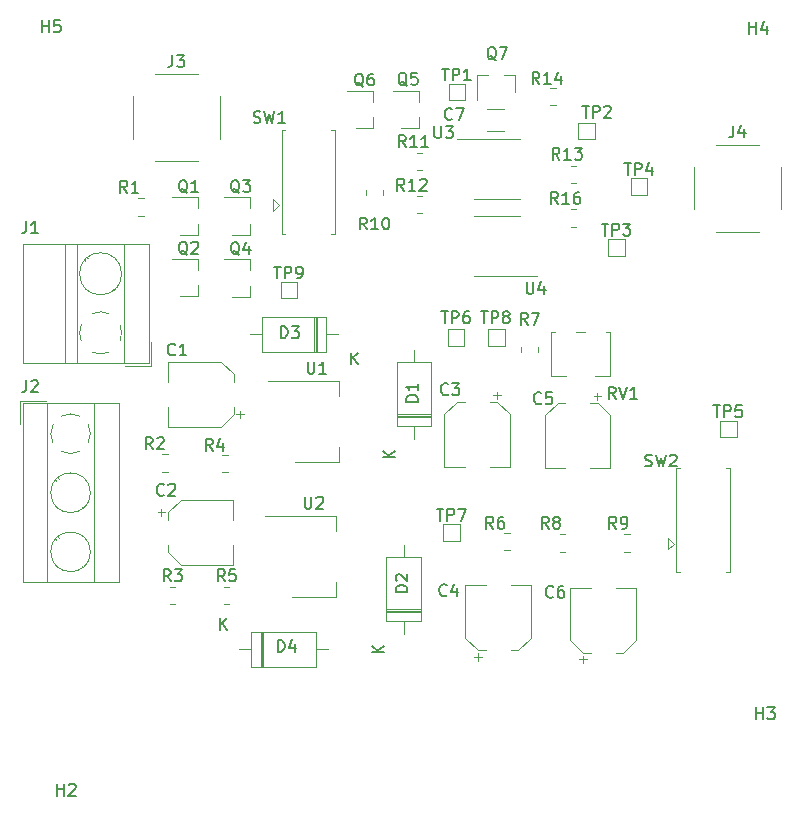
<source format=gbr>
%TF.GenerationSoftware,KiCad,Pcbnew,(5.1.8-0-10_14)*%
%TF.CreationDate,2022-02-24T11:51:48-06:00*%
%TF.ProjectId,SAQ_KiCad,5341515f-4b69-4436-9164-2e6b69636164,rev?*%
%TF.SameCoordinates,Original*%
%TF.FileFunction,Legend,Top*%
%TF.FilePolarity,Positive*%
%FSLAX46Y46*%
G04 Gerber Fmt 4.6, Leading zero omitted, Abs format (unit mm)*
G04 Created by KiCad (PCBNEW (5.1.8-0-10_14)) date 2022-02-24 11:51:48*
%MOMM*%
%LPD*%
G01*
G04 APERTURE LIST*
%ADD10C,0.120000*%
%ADD11C,0.150000*%
G04 APERTURE END LIST*
D10*
%TO.C,J3*%
X116310000Y-17656000D02*
X119910000Y-17656000D01*
X116310000Y-25016000D02*
X119910000Y-25016000D01*
X121790000Y-19536000D02*
X121790000Y-23136000D01*
X114430000Y-19536000D02*
X114430000Y-23136000D01*
%TO.C,J4*%
X163808000Y-23625000D02*
X167408000Y-23625000D01*
X163808000Y-30985000D02*
X167408000Y-30985000D01*
X169288000Y-25505000D02*
X169288000Y-29105000D01*
X161928000Y-25505000D02*
X161928000Y-29105000D01*
%TO.C,U4*%
X145226000Y-29634500D02*
X143276000Y-29634500D01*
X145226000Y-29634500D02*
X147176000Y-29634500D01*
X145226000Y-34754500D02*
X143276000Y-34754500D01*
X145226000Y-34754500D02*
X148676000Y-34754500D01*
%TO.C,TP9*%
X126935000Y-36641000D02*
X126935000Y-35241000D01*
X128335000Y-36641000D02*
X126935000Y-36641000D01*
X128335000Y-35241000D02*
X128335000Y-36641000D01*
X126935000Y-35241000D02*
X128335000Y-35241000D01*
%TO.C,TP8*%
X144524500Y-40641500D02*
X144524500Y-39241500D01*
X145924500Y-40641500D02*
X144524500Y-40641500D01*
X145924500Y-39241500D02*
X145924500Y-40641500D01*
X144524500Y-39241500D02*
X145924500Y-39241500D01*
%TO.C,TP7*%
X140714500Y-57151500D02*
X140714500Y-55751500D01*
X142114500Y-57151500D02*
X140714500Y-57151500D01*
X142114500Y-55751500D02*
X142114500Y-57151500D01*
X140714500Y-55751500D02*
X142114500Y-55751500D01*
%TO.C,TP6*%
X141095500Y-40641500D02*
X141095500Y-39241500D01*
X142495500Y-40641500D02*
X141095500Y-40641500D01*
X142495500Y-39241500D02*
X142495500Y-40641500D01*
X141095500Y-39241500D02*
X142495500Y-39241500D01*
%TO.C,TP5*%
X164146000Y-48388500D02*
X164146000Y-46988500D01*
X165546000Y-48388500D02*
X164146000Y-48388500D01*
X165546000Y-46988500D02*
X165546000Y-48388500D01*
X164146000Y-46988500D02*
X165546000Y-46988500D01*
%TO.C,TP4*%
X156589500Y-27878000D02*
X156589500Y-26478000D01*
X157989500Y-27878000D02*
X156589500Y-27878000D01*
X157989500Y-26478000D02*
X157989500Y-27878000D01*
X156589500Y-26478000D02*
X157989500Y-26478000D01*
%TO.C,TP3*%
X154684500Y-33021500D02*
X154684500Y-31621500D01*
X156084500Y-33021500D02*
X154684500Y-33021500D01*
X156084500Y-31621500D02*
X156084500Y-33021500D01*
X154684500Y-31621500D02*
X156084500Y-31621500D01*
%TO.C,TP2*%
X152144500Y-23179000D02*
X152144500Y-21779000D01*
X153544500Y-23179000D02*
X152144500Y-23179000D01*
X153544500Y-21779000D02*
X153544500Y-23179000D01*
X152144500Y-21779000D02*
X153544500Y-21779000D01*
%TO.C,TP1*%
X141159000Y-19877000D02*
X141159000Y-18477000D01*
X142559000Y-19877000D02*
X141159000Y-19877000D01*
X142559000Y-18477000D02*
X142559000Y-19877000D01*
X141159000Y-18477000D02*
X142559000Y-18477000D01*
%TO.C,U3*%
X145295620Y-28226700D02*
X147245620Y-28226700D01*
X145295620Y-28226700D02*
X143345620Y-28226700D01*
X145295620Y-23106700D02*
X147245620Y-23106700D01*
X145295620Y-23106700D02*
X141845620Y-23106700D01*
%TO.C,U2*%
X131640500Y-61893500D02*
X131640500Y-60633500D01*
X131640500Y-55073500D02*
X131640500Y-56333500D01*
X127880500Y-61893500D02*
X131640500Y-61893500D01*
X125630500Y-55073500D02*
X131640500Y-55073500D01*
%TO.C,U1*%
X131901720Y-50471120D02*
X131901720Y-49211120D01*
X131901720Y-43651120D02*
X131901720Y-44911120D01*
X128141720Y-50471120D02*
X131901720Y-50471120D01*
X125891720Y-43651120D02*
X131901720Y-43651120D01*
%TO.C,SW2*%
X160427000Y-59809500D02*
X160427000Y-50989500D01*
X160427000Y-50989500D02*
X160737000Y-50989500D01*
X164947000Y-50989500D02*
X164947000Y-59809500D01*
X160737000Y-59809500D02*
X160427000Y-59809500D01*
X164947000Y-59809500D02*
X164637000Y-59809500D01*
X164947000Y-50989500D02*
X164637000Y-50989500D01*
X159727000Y-57899500D02*
X160227000Y-57399500D01*
X160227000Y-57399500D02*
X159727000Y-56899500D01*
X159727000Y-56899500D02*
X159727000Y-57899500D01*
%TO.C,SW1*%
X127026000Y-31175500D02*
X127026000Y-22355500D01*
X127026000Y-22355500D02*
X127336000Y-22355500D01*
X131546000Y-22355500D02*
X131546000Y-31175500D01*
X127336000Y-31175500D02*
X127026000Y-31175500D01*
X131546000Y-31175500D02*
X131236000Y-31175500D01*
X131546000Y-22355500D02*
X131236000Y-22355500D01*
X126326000Y-29265500D02*
X126826000Y-28765500D01*
X126826000Y-28765500D02*
X126326000Y-28265500D01*
X126326000Y-28265500D02*
X126326000Y-29265500D01*
%TO.C,RV1*%
X154476500Y-39468500D02*
X154856500Y-39468500D01*
X149816500Y-39468500D02*
X150196500Y-39468500D01*
X151976500Y-39468500D02*
X152696500Y-39468500D01*
X149816500Y-43208500D02*
X151096500Y-43208500D01*
X153576500Y-43208500D02*
X154856500Y-43208500D01*
X149816500Y-39468500D02*
X149816500Y-43208500D01*
X154856500Y-39468500D02*
X154856500Y-43208500D01*
%TO.C,R16*%
X151944564Y-30580000D02*
X151490436Y-30580000D01*
X151944564Y-29110000D02*
X151490436Y-29110000D01*
%TO.C,R14*%
X150230064Y-20293000D02*
X149775936Y-20293000D01*
X150230064Y-18823000D02*
X149775936Y-18823000D01*
%TO.C,R13*%
X151537936Y-25411000D02*
X151992064Y-25411000D01*
X151537936Y-26881000D02*
X151992064Y-26881000D01*
%TO.C,R12*%
X138466336Y-27977160D02*
X138920464Y-27977160D01*
X138466336Y-29447160D02*
X138920464Y-29447160D01*
%TO.C,R11*%
X138466336Y-24299240D02*
X138920464Y-24299240D01*
X138466336Y-25769240D02*
X138920464Y-25769240D01*
%TO.C,R10*%
X134139000Y-27929064D02*
X134139000Y-27474936D01*
X135609000Y-27929064D02*
X135609000Y-27474936D01*
%TO.C,R9*%
X156500564Y-58075500D02*
X156046436Y-58075500D01*
X156500564Y-56605500D02*
X156046436Y-56605500D01*
%TO.C,R8*%
X151039564Y-58075500D02*
X150585436Y-58075500D01*
X151039564Y-56605500D02*
X150585436Y-56605500D01*
%TO.C,R7*%
X148753500Y-40730436D02*
X148753500Y-41184564D01*
X147283500Y-40730436D02*
X147283500Y-41184564D01*
%TO.C,R6*%
X146324564Y-57948500D02*
X145870436Y-57948500D01*
X146324564Y-56478500D02*
X145870436Y-56478500D01*
%TO.C,R5*%
X122153436Y-61050500D02*
X122607564Y-61050500D01*
X122153436Y-62520500D02*
X122607564Y-62520500D01*
%TO.C,R4*%
X122464564Y-51344500D02*
X122010436Y-51344500D01*
X122464564Y-49874500D02*
X122010436Y-49874500D01*
%TO.C,R3*%
X117565436Y-61050500D02*
X118019564Y-61050500D01*
X117565436Y-62520500D02*
X118019564Y-62520500D01*
%TO.C,R2*%
X117384564Y-51328500D02*
X116930436Y-51328500D01*
X117384564Y-49858500D02*
X116930436Y-49858500D01*
%TO.C,R1*%
X115352564Y-29627500D02*
X114898436Y-29627500D01*
X115352564Y-28157500D02*
X114898436Y-28157500D01*
%TO.C,Q7*%
X146757000Y-17721000D02*
X145827000Y-17721000D01*
X143597000Y-17721000D02*
X144527000Y-17721000D01*
X143597000Y-17721000D02*
X143597000Y-19881000D01*
X146757000Y-17721000D02*
X146757000Y-19181000D01*
%TO.C,Q6*%
X134745000Y-22217500D02*
X134745000Y-21287500D01*
X134745000Y-19057500D02*
X134745000Y-19987500D01*
X134745000Y-19057500D02*
X132585000Y-19057500D01*
X134745000Y-22217500D02*
X133285000Y-22217500D01*
%TO.C,Q5*%
X138618500Y-22217500D02*
X138618500Y-21287500D01*
X138618500Y-19057500D02*
X138618500Y-19987500D01*
X138618500Y-19057500D02*
X136458500Y-19057500D01*
X138618500Y-22217500D02*
X137158500Y-22217500D01*
%TO.C,Q4*%
X124310680Y-36505000D02*
X124310680Y-35575000D01*
X124310680Y-33345000D02*
X124310680Y-34275000D01*
X124310680Y-33345000D02*
X122150680Y-33345000D01*
X124310680Y-36505000D02*
X122850680Y-36505000D01*
%TO.C,Q3*%
X124310680Y-31247200D02*
X124310680Y-30317200D01*
X124310680Y-28087200D02*
X124310680Y-29017200D01*
X124310680Y-28087200D02*
X122150680Y-28087200D01*
X124310680Y-31247200D02*
X122850680Y-31247200D01*
%TO.C,Q2*%
X119911400Y-36471980D02*
X119911400Y-35541980D01*
X119911400Y-33311980D02*
X119911400Y-34241980D01*
X119911400Y-33311980D02*
X117751400Y-33311980D01*
X119911400Y-36471980D02*
X118451400Y-36471980D01*
%TO.C,Q1*%
X119911400Y-31247200D02*
X119911400Y-30317200D01*
X119911400Y-28087200D02*
X119911400Y-29017200D01*
X119911400Y-28087200D02*
X117751400Y-28087200D01*
X119911400Y-31247200D02*
X118451400Y-31247200D01*
%TO.C,J2*%
X110836500Y-53102500D02*
G75*
G03*
X110836500Y-53102500I-1680000J0D01*
G01*
X110836500Y-58102500D02*
G75*
G03*
X110836500Y-58102500I-1680000J0D01*
G01*
X107156500Y-45542500D02*
X107156500Y-60662500D01*
X111156500Y-45542500D02*
X111156500Y-60662500D01*
X113216500Y-45542500D02*
X113216500Y-60662500D01*
X105096500Y-45542500D02*
X105096500Y-60662500D01*
X113216500Y-45542500D02*
X105096500Y-45542500D01*
X113216500Y-60662500D02*
X105096500Y-60662500D01*
X110225500Y-54377500D02*
X110132500Y-54283500D01*
X107940500Y-52092500D02*
X107882500Y-52033500D01*
X110431500Y-54172500D02*
X110372500Y-54113500D01*
X108180500Y-51922500D02*
X108087500Y-51828500D01*
X110225500Y-59377500D02*
X110132500Y-59283500D01*
X107940500Y-57092500D02*
X107882500Y-57033500D01*
X110431500Y-59172500D02*
X110372500Y-59113500D01*
X108180500Y-56922500D02*
X108087500Y-56828500D01*
X107096500Y-45302500D02*
X104856500Y-45302500D01*
X104856500Y-45302500D02*
X104856500Y-47302500D01*
X107476050Y-48131883D02*
G75*
G02*
X107672500Y-47313500I1680450J29383D01*
G01*
X108367412Y-46618547D02*
G75*
G02*
X109945500Y-46618500I789088J-1483953D01*
G01*
X110640453Y-47313412D02*
G75*
G02*
X110640500Y-48891500I-1483953J-789088D01*
G01*
X109945588Y-49586453D02*
G75*
G02*
X108367500Y-49586500I-789088J1483953D01*
G01*
X107673148Y-48891212D02*
G75*
G02*
X107476500Y-48102500I1483352J788712D01*
G01*
%TO.C,J1*%
X113476500Y-34560500D02*
G75*
G03*
X113476500Y-34560500I-1780000J0D01*
G01*
X113696500Y-42120500D02*
X113696500Y-32000500D01*
X109696500Y-42120500D02*
X109696500Y-32000500D01*
X108696500Y-42120500D02*
X108696500Y-32000500D01*
X105136500Y-42120500D02*
X105136500Y-32000500D01*
X115756500Y-42120500D02*
X115756500Y-32000500D01*
X105136500Y-42120500D02*
X115756500Y-42120500D01*
X105136500Y-32000500D02*
X115756500Y-32000500D01*
X110563500Y-33210500D02*
X110613500Y-33259500D01*
X113021500Y-35668500D02*
X113046500Y-35692500D01*
X110346500Y-33427500D02*
X110370500Y-33452500D01*
X112779500Y-35860500D02*
X112829500Y-35910500D01*
X113756500Y-42360500D02*
X115996500Y-42360500D01*
X115996500Y-42360500D02*
X115996500Y-40360500D01*
X113476889Y-39529686D02*
G75*
G02*
X113335500Y-40256500I-1780389J-30814D01*
G01*
X112392016Y-41199705D02*
G75*
G02*
X111000500Y-41199500I-695516J1639205D01*
G01*
X110057295Y-40256016D02*
G75*
G02*
X110057500Y-38864500I1639205J695516D01*
G01*
X111000984Y-37921295D02*
G75*
G02*
X112392500Y-37921500I695516J-1639205D01*
G01*
X113334999Y-38864999D02*
G75*
G02*
X113476500Y-39560500I-1638499J-695501D01*
G01*
%TO.C,D4*%
X124470500Y-64887500D02*
X124470500Y-67827500D01*
X124470500Y-67827500D02*
X129910500Y-67827500D01*
X129910500Y-67827500D02*
X129910500Y-64887500D01*
X129910500Y-64887500D02*
X124470500Y-64887500D01*
X123450500Y-66357500D02*
X124470500Y-66357500D01*
X130930500Y-66357500D02*
X129910500Y-66357500D01*
X125370500Y-64887500D02*
X125370500Y-67827500D01*
X125490500Y-64887500D02*
X125490500Y-67827500D01*
X125250500Y-64887500D02*
X125250500Y-67827500D01*
%TO.C,D3*%
X130799500Y-41157500D02*
X130799500Y-38217500D01*
X130799500Y-38217500D02*
X125359500Y-38217500D01*
X125359500Y-38217500D02*
X125359500Y-41157500D01*
X125359500Y-41157500D02*
X130799500Y-41157500D01*
X131819500Y-39687500D02*
X130799500Y-39687500D01*
X124339500Y-39687500D02*
X125359500Y-39687500D01*
X129899500Y-41157500D02*
X129899500Y-38217500D01*
X129779500Y-41157500D02*
X129779500Y-38217500D01*
X130019500Y-41157500D02*
X130019500Y-38217500D01*
%TO.C,D2*%
X135880500Y-63997500D02*
X138820500Y-63997500D01*
X138820500Y-63997500D02*
X138820500Y-58557500D01*
X138820500Y-58557500D02*
X135880500Y-58557500D01*
X135880500Y-58557500D02*
X135880500Y-63997500D01*
X137350500Y-65017500D02*
X137350500Y-63997500D01*
X137350500Y-57537500D02*
X137350500Y-58557500D01*
X135880500Y-63097500D02*
X138820500Y-63097500D01*
X135880500Y-62977500D02*
X138820500Y-62977500D01*
X135880500Y-63217500D02*
X138820500Y-63217500D01*
%TO.C,D1*%
X136769500Y-47487500D02*
X139709500Y-47487500D01*
X139709500Y-47487500D02*
X139709500Y-42047500D01*
X139709500Y-42047500D02*
X136769500Y-42047500D01*
X136769500Y-42047500D02*
X136769500Y-47487500D01*
X138239500Y-48507500D02*
X138239500Y-47487500D01*
X138239500Y-41027500D02*
X138239500Y-42047500D01*
X136769500Y-46587500D02*
X139709500Y-46587500D01*
X136769500Y-46467500D02*
X139709500Y-46467500D01*
X136769500Y-46707500D02*
X139709500Y-46707500D01*
%TO.C,C7*%
X144449748Y-20641500D02*
X145872252Y-20641500D01*
X144449748Y-22461500D02*
X145872252Y-22461500D01*
%TO.C,C6*%
X157001500Y-61143500D02*
X155301500Y-61143500D01*
X151481500Y-61143500D02*
X153181500Y-61143500D01*
X151481500Y-65599063D02*
X151481500Y-61143500D01*
X157001500Y-65599063D02*
X157001500Y-61143500D01*
X155937063Y-66663500D02*
X155301500Y-66663500D01*
X152545937Y-66663500D02*
X153181500Y-66663500D01*
X152545937Y-66663500D02*
X151481500Y-65599063D01*
X155937063Y-66663500D02*
X157001500Y-65599063D01*
X152556500Y-67528500D02*
X152556500Y-66903500D01*
X152244000Y-67216000D02*
X152869000Y-67216000D01*
%TO.C,C5*%
X149322500Y-50997500D02*
X151022500Y-50997500D01*
X154842500Y-50997500D02*
X153142500Y-50997500D01*
X154842500Y-46541937D02*
X154842500Y-50997500D01*
X149322500Y-46541937D02*
X149322500Y-50997500D01*
X150386937Y-45477500D02*
X151022500Y-45477500D01*
X153778063Y-45477500D02*
X153142500Y-45477500D01*
X153778063Y-45477500D02*
X154842500Y-46541937D01*
X150386937Y-45477500D02*
X149322500Y-46541937D01*
X153767500Y-44612500D02*
X153767500Y-45237500D01*
X154080000Y-44925000D02*
X153455000Y-44925000D01*
%TO.C,C4*%
X148111500Y-60930500D02*
X146411500Y-60930500D01*
X142591500Y-60930500D02*
X144291500Y-60930500D01*
X142591500Y-65386063D02*
X142591500Y-60930500D01*
X148111500Y-65386063D02*
X148111500Y-60930500D01*
X147047063Y-66450500D02*
X146411500Y-66450500D01*
X143655937Y-66450500D02*
X144291500Y-66450500D01*
X143655937Y-66450500D02*
X142591500Y-65386063D01*
X147047063Y-66450500D02*
X148111500Y-65386063D01*
X143666500Y-67315500D02*
X143666500Y-66690500D01*
X143354000Y-67003000D02*
X143979000Y-67003000D01*
%TO.C,C3*%
X140813500Y-50915500D02*
X142513500Y-50915500D01*
X146333500Y-50915500D02*
X144633500Y-50915500D01*
X146333500Y-46459937D02*
X146333500Y-50915500D01*
X140813500Y-46459937D02*
X140813500Y-50915500D01*
X141877937Y-45395500D02*
X142513500Y-45395500D01*
X145269063Y-45395500D02*
X144633500Y-45395500D01*
X145269063Y-45395500D02*
X146333500Y-46459937D01*
X141877937Y-45395500D02*
X140813500Y-46459937D01*
X145258500Y-44530500D02*
X145258500Y-45155500D01*
X145571000Y-44843000D02*
X144946000Y-44843000D01*
%TO.C,C2*%
X122924500Y-59211500D02*
X122924500Y-57511500D01*
X122924500Y-53691500D02*
X122924500Y-55391500D01*
X118468937Y-53691500D02*
X122924500Y-53691500D01*
X118468937Y-59211500D02*
X122924500Y-59211500D01*
X117404500Y-58147063D02*
X117404500Y-57511500D01*
X117404500Y-54755937D02*
X117404500Y-55391500D01*
X117404500Y-54755937D02*
X118468937Y-53691500D01*
X117404500Y-58147063D02*
X118468937Y-59211500D01*
X116539500Y-54766500D02*
X117164500Y-54766500D01*
X116852000Y-54454000D02*
X116852000Y-55079000D01*
%TO.C,C1*%
X117445500Y-42007500D02*
X117445500Y-43707500D01*
X117445500Y-47527500D02*
X117445500Y-45827500D01*
X121901063Y-47527500D02*
X117445500Y-47527500D01*
X121901063Y-42007500D02*
X117445500Y-42007500D01*
X122965500Y-43071937D02*
X122965500Y-43707500D01*
X122965500Y-46463063D02*
X122965500Y-45827500D01*
X122965500Y-46463063D02*
X121901063Y-47527500D01*
X122965500Y-43071937D02*
X121901063Y-42007500D01*
X123830500Y-46452500D02*
X123205500Y-46452500D01*
X123518000Y-46765000D02*
X123518000Y-46140000D01*
%TO.C,J3*%
D11*
X117776666Y-16038380D02*
X117776666Y-16752666D01*
X117729047Y-16895523D01*
X117633809Y-16990761D01*
X117490952Y-17038380D01*
X117395714Y-17038380D01*
X118157619Y-16038380D02*
X118776666Y-16038380D01*
X118443333Y-16419333D01*
X118586190Y-16419333D01*
X118681428Y-16466952D01*
X118729047Y-16514571D01*
X118776666Y-16609809D01*
X118776666Y-16847904D01*
X118729047Y-16943142D01*
X118681428Y-16990761D01*
X118586190Y-17038380D01*
X118300476Y-17038380D01*
X118205238Y-16990761D01*
X118157619Y-16943142D01*
%TO.C,J4*%
X165274666Y-22007380D02*
X165274666Y-22721666D01*
X165227047Y-22864523D01*
X165131809Y-22959761D01*
X164988952Y-23007380D01*
X164893714Y-23007380D01*
X166179428Y-22340714D02*
X166179428Y-23007380D01*
X165941333Y-21959761D02*
X165703238Y-22674047D01*
X166322285Y-22674047D01*
%TO.C,H5*%
X106738095Y-14104880D02*
X106738095Y-13104880D01*
X106738095Y-13581071D02*
X107309523Y-13581071D01*
X107309523Y-14104880D02*
X107309523Y-13104880D01*
X108261904Y-13104880D02*
X107785714Y-13104880D01*
X107738095Y-13581071D01*
X107785714Y-13533452D01*
X107880952Y-13485833D01*
X108119047Y-13485833D01*
X108214285Y-13533452D01*
X108261904Y-13581071D01*
X108309523Y-13676309D01*
X108309523Y-13914404D01*
X108261904Y-14009642D01*
X108214285Y-14057261D01*
X108119047Y-14104880D01*
X107880952Y-14104880D01*
X107785714Y-14057261D01*
X107738095Y-14009642D01*
%TO.C,H4*%
X166624095Y-14231880D02*
X166624095Y-13231880D01*
X166624095Y-13708071D02*
X167195523Y-13708071D01*
X167195523Y-14231880D02*
X167195523Y-13231880D01*
X168100285Y-13565214D02*
X168100285Y-14231880D01*
X167862190Y-13184261D02*
X167624095Y-13898547D01*
X168243142Y-13898547D01*
%TO.C,H3*%
X167195595Y-72270880D02*
X167195595Y-71270880D01*
X167195595Y-71747071D02*
X167767023Y-71747071D01*
X167767023Y-72270880D02*
X167767023Y-71270880D01*
X168147976Y-71270880D02*
X168767023Y-71270880D01*
X168433690Y-71651833D01*
X168576547Y-71651833D01*
X168671785Y-71699452D01*
X168719404Y-71747071D01*
X168767023Y-71842309D01*
X168767023Y-72080404D01*
X168719404Y-72175642D01*
X168671785Y-72223261D01*
X168576547Y-72270880D01*
X168290833Y-72270880D01*
X168195595Y-72223261D01*
X168147976Y-72175642D01*
%TO.C,H2*%
X108013595Y-78747880D02*
X108013595Y-77747880D01*
X108013595Y-78224071D02*
X108585023Y-78224071D01*
X108585023Y-78747880D02*
X108585023Y-77747880D01*
X109013595Y-77843119D02*
X109061214Y-77795500D01*
X109156452Y-77747880D01*
X109394547Y-77747880D01*
X109489785Y-77795500D01*
X109537404Y-77843119D01*
X109585023Y-77938357D01*
X109585023Y-78033595D01*
X109537404Y-78176452D01*
X108965976Y-78747880D01*
X109585023Y-78747880D01*
%TO.C,U4*%
X147763555Y-35251140D02*
X147763555Y-36060664D01*
X147811174Y-36155902D01*
X147858793Y-36203521D01*
X147954031Y-36251140D01*
X148144507Y-36251140D01*
X148239745Y-36203521D01*
X148287364Y-36155902D01*
X148334983Y-36060664D01*
X148334983Y-35251140D01*
X149239745Y-35584474D02*
X149239745Y-36251140D01*
X149001650Y-35203521D02*
X148763555Y-35917807D01*
X149382602Y-35917807D01*
%TO.C,TP9*%
X126373095Y-33945380D02*
X126944523Y-33945380D01*
X126658809Y-34945380D02*
X126658809Y-33945380D01*
X127277857Y-34945380D02*
X127277857Y-33945380D01*
X127658809Y-33945380D01*
X127754047Y-33993000D01*
X127801666Y-34040619D01*
X127849285Y-34135857D01*
X127849285Y-34278714D01*
X127801666Y-34373952D01*
X127754047Y-34421571D01*
X127658809Y-34469190D01*
X127277857Y-34469190D01*
X128325476Y-34945380D02*
X128515952Y-34945380D01*
X128611190Y-34897761D01*
X128658809Y-34850142D01*
X128754047Y-34707285D01*
X128801666Y-34516809D01*
X128801666Y-34135857D01*
X128754047Y-34040619D01*
X128706428Y-33993000D01*
X128611190Y-33945380D01*
X128420714Y-33945380D01*
X128325476Y-33993000D01*
X128277857Y-34040619D01*
X128230238Y-34135857D01*
X128230238Y-34373952D01*
X128277857Y-34469190D01*
X128325476Y-34516809D01*
X128420714Y-34564428D01*
X128611190Y-34564428D01*
X128706428Y-34516809D01*
X128754047Y-34469190D01*
X128801666Y-34373952D01*
%TO.C,TP8*%
X143899095Y-37742880D02*
X144470523Y-37742880D01*
X144184809Y-38742880D02*
X144184809Y-37742880D01*
X144803857Y-38742880D02*
X144803857Y-37742880D01*
X145184809Y-37742880D01*
X145280047Y-37790500D01*
X145327666Y-37838119D01*
X145375285Y-37933357D01*
X145375285Y-38076214D01*
X145327666Y-38171452D01*
X145280047Y-38219071D01*
X145184809Y-38266690D01*
X144803857Y-38266690D01*
X145946714Y-38171452D02*
X145851476Y-38123833D01*
X145803857Y-38076214D01*
X145756238Y-37980976D01*
X145756238Y-37933357D01*
X145803857Y-37838119D01*
X145851476Y-37790500D01*
X145946714Y-37742880D01*
X146137190Y-37742880D01*
X146232428Y-37790500D01*
X146280047Y-37838119D01*
X146327666Y-37933357D01*
X146327666Y-37980976D01*
X146280047Y-38076214D01*
X146232428Y-38123833D01*
X146137190Y-38171452D01*
X145946714Y-38171452D01*
X145851476Y-38219071D01*
X145803857Y-38266690D01*
X145756238Y-38361928D01*
X145756238Y-38552404D01*
X145803857Y-38647642D01*
X145851476Y-38695261D01*
X145946714Y-38742880D01*
X146137190Y-38742880D01*
X146232428Y-38695261D01*
X146280047Y-38647642D01*
X146327666Y-38552404D01*
X146327666Y-38361928D01*
X146280047Y-38266690D01*
X146232428Y-38219071D01*
X146137190Y-38171452D01*
%TO.C,TP7*%
X140152595Y-54455880D02*
X140724023Y-54455880D01*
X140438309Y-55455880D02*
X140438309Y-54455880D01*
X141057357Y-55455880D02*
X141057357Y-54455880D01*
X141438309Y-54455880D01*
X141533547Y-54503500D01*
X141581166Y-54551119D01*
X141628785Y-54646357D01*
X141628785Y-54789214D01*
X141581166Y-54884452D01*
X141533547Y-54932071D01*
X141438309Y-54979690D01*
X141057357Y-54979690D01*
X141962119Y-54455880D02*
X142628785Y-54455880D01*
X142200214Y-55455880D01*
%TO.C,TP6*%
X140533595Y-37742880D02*
X141105023Y-37742880D01*
X140819309Y-38742880D02*
X140819309Y-37742880D01*
X141438357Y-38742880D02*
X141438357Y-37742880D01*
X141819309Y-37742880D01*
X141914547Y-37790500D01*
X141962166Y-37838119D01*
X142009785Y-37933357D01*
X142009785Y-38076214D01*
X141962166Y-38171452D01*
X141914547Y-38219071D01*
X141819309Y-38266690D01*
X141438357Y-38266690D01*
X142866928Y-37742880D02*
X142676452Y-37742880D01*
X142581214Y-37790500D01*
X142533595Y-37838119D01*
X142438357Y-37980976D01*
X142390738Y-38171452D01*
X142390738Y-38552404D01*
X142438357Y-38647642D01*
X142485976Y-38695261D01*
X142581214Y-38742880D01*
X142771690Y-38742880D01*
X142866928Y-38695261D01*
X142914547Y-38647642D01*
X142962166Y-38552404D01*
X142962166Y-38314309D01*
X142914547Y-38219071D01*
X142866928Y-38171452D01*
X142771690Y-38123833D01*
X142581214Y-38123833D01*
X142485976Y-38171452D01*
X142438357Y-38219071D01*
X142390738Y-38314309D01*
%TO.C,TP5*%
X163584095Y-45692880D02*
X164155523Y-45692880D01*
X163869809Y-46692880D02*
X163869809Y-45692880D01*
X164488857Y-46692880D02*
X164488857Y-45692880D01*
X164869809Y-45692880D01*
X164965047Y-45740500D01*
X165012666Y-45788119D01*
X165060285Y-45883357D01*
X165060285Y-46026214D01*
X165012666Y-46121452D01*
X164965047Y-46169071D01*
X164869809Y-46216690D01*
X164488857Y-46216690D01*
X165965047Y-45692880D02*
X165488857Y-45692880D01*
X165441238Y-46169071D01*
X165488857Y-46121452D01*
X165584095Y-46073833D01*
X165822190Y-46073833D01*
X165917428Y-46121452D01*
X165965047Y-46169071D01*
X166012666Y-46264309D01*
X166012666Y-46502404D01*
X165965047Y-46597642D01*
X165917428Y-46645261D01*
X165822190Y-46692880D01*
X165584095Y-46692880D01*
X165488857Y-46645261D01*
X165441238Y-46597642D01*
%TO.C,TP4*%
X156027595Y-25182380D02*
X156599023Y-25182380D01*
X156313309Y-26182380D02*
X156313309Y-25182380D01*
X156932357Y-26182380D02*
X156932357Y-25182380D01*
X157313309Y-25182380D01*
X157408547Y-25230000D01*
X157456166Y-25277619D01*
X157503785Y-25372857D01*
X157503785Y-25515714D01*
X157456166Y-25610952D01*
X157408547Y-25658571D01*
X157313309Y-25706190D01*
X156932357Y-25706190D01*
X158360928Y-25515714D02*
X158360928Y-26182380D01*
X158122833Y-25134761D02*
X157884738Y-25849047D01*
X158503785Y-25849047D01*
%TO.C,TP3*%
X154122595Y-30325880D02*
X154694023Y-30325880D01*
X154408309Y-31325880D02*
X154408309Y-30325880D01*
X155027357Y-31325880D02*
X155027357Y-30325880D01*
X155408309Y-30325880D01*
X155503547Y-30373500D01*
X155551166Y-30421119D01*
X155598785Y-30516357D01*
X155598785Y-30659214D01*
X155551166Y-30754452D01*
X155503547Y-30802071D01*
X155408309Y-30849690D01*
X155027357Y-30849690D01*
X155932119Y-30325880D02*
X156551166Y-30325880D01*
X156217833Y-30706833D01*
X156360690Y-30706833D01*
X156455928Y-30754452D01*
X156503547Y-30802071D01*
X156551166Y-30897309D01*
X156551166Y-31135404D01*
X156503547Y-31230642D01*
X156455928Y-31278261D01*
X156360690Y-31325880D01*
X156074976Y-31325880D01*
X155979738Y-31278261D01*
X155932119Y-31230642D01*
%TO.C,TP2*%
X152471595Y-20343880D02*
X153043023Y-20343880D01*
X152757309Y-21343880D02*
X152757309Y-20343880D01*
X153376357Y-21343880D02*
X153376357Y-20343880D01*
X153757309Y-20343880D01*
X153852547Y-20391500D01*
X153900166Y-20439119D01*
X153947785Y-20534357D01*
X153947785Y-20677214D01*
X153900166Y-20772452D01*
X153852547Y-20820071D01*
X153757309Y-20867690D01*
X153376357Y-20867690D01*
X154328738Y-20439119D02*
X154376357Y-20391500D01*
X154471595Y-20343880D01*
X154709690Y-20343880D01*
X154804928Y-20391500D01*
X154852547Y-20439119D01*
X154900166Y-20534357D01*
X154900166Y-20629595D01*
X154852547Y-20772452D01*
X154281119Y-21343880D01*
X154900166Y-21343880D01*
%TO.C,TP1*%
X140597095Y-17181380D02*
X141168523Y-17181380D01*
X140882809Y-18181380D02*
X140882809Y-17181380D01*
X141501857Y-18181380D02*
X141501857Y-17181380D01*
X141882809Y-17181380D01*
X141978047Y-17229000D01*
X142025666Y-17276619D01*
X142073285Y-17371857D01*
X142073285Y-17514714D01*
X142025666Y-17609952D01*
X141978047Y-17657571D01*
X141882809Y-17705190D01*
X141501857Y-17705190D01*
X143025666Y-18181380D02*
X142454238Y-18181380D01*
X142739952Y-18181380D02*
X142739952Y-17181380D01*
X142644714Y-17324238D01*
X142549476Y-17419476D01*
X142454238Y-17467095D01*
%TO.C,U3*%
X139954095Y-22058380D02*
X139954095Y-22867904D01*
X140001714Y-22963142D01*
X140049333Y-23010761D01*
X140144571Y-23058380D01*
X140335047Y-23058380D01*
X140430285Y-23010761D01*
X140477904Y-22963142D01*
X140525523Y-22867904D01*
X140525523Y-22058380D01*
X140906476Y-22058380D02*
X141525523Y-22058380D01*
X141192190Y-22439333D01*
X141335047Y-22439333D01*
X141430285Y-22486952D01*
X141477904Y-22534571D01*
X141525523Y-22629809D01*
X141525523Y-22867904D01*
X141477904Y-22963142D01*
X141430285Y-23010761D01*
X141335047Y-23058380D01*
X141049333Y-23058380D01*
X140954095Y-23010761D01*
X140906476Y-22963142D01*
%TO.C,U2*%
X128968595Y-53435880D02*
X128968595Y-54245404D01*
X129016214Y-54340642D01*
X129063833Y-54388261D01*
X129159071Y-54435880D01*
X129349547Y-54435880D01*
X129444785Y-54388261D01*
X129492404Y-54340642D01*
X129540023Y-54245404D01*
X129540023Y-53435880D01*
X129968595Y-53531119D02*
X130016214Y-53483500D01*
X130111452Y-53435880D01*
X130349547Y-53435880D01*
X130444785Y-53483500D01*
X130492404Y-53531119D01*
X130540023Y-53626357D01*
X130540023Y-53721595D01*
X130492404Y-53864452D01*
X129920976Y-54435880D01*
X130540023Y-54435880D01*
%TO.C,U1*%
X129229815Y-42013500D02*
X129229815Y-42823024D01*
X129277434Y-42918262D01*
X129325053Y-42965881D01*
X129420291Y-43013500D01*
X129610767Y-43013500D01*
X129706005Y-42965881D01*
X129753624Y-42918262D01*
X129801243Y-42823024D01*
X129801243Y-42013500D01*
X130801243Y-43013500D02*
X130229815Y-43013500D01*
X130515529Y-43013500D02*
X130515529Y-42013500D01*
X130420291Y-42156358D01*
X130325053Y-42251596D01*
X130229815Y-42299215D01*
%TO.C,SW2*%
X157797666Y-50823761D02*
X157940523Y-50871380D01*
X158178619Y-50871380D01*
X158273857Y-50823761D01*
X158321476Y-50776142D01*
X158369095Y-50680904D01*
X158369095Y-50585666D01*
X158321476Y-50490428D01*
X158273857Y-50442809D01*
X158178619Y-50395190D01*
X157988142Y-50347571D01*
X157892904Y-50299952D01*
X157845285Y-50252333D01*
X157797666Y-50157095D01*
X157797666Y-50061857D01*
X157845285Y-49966619D01*
X157892904Y-49919000D01*
X157988142Y-49871380D01*
X158226238Y-49871380D01*
X158369095Y-49919000D01*
X158702428Y-49871380D02*
X158940523Y-50871380D01*
X159131000Y-50157095D01*
X159321476Y-50871380D01*
X159559571Y-49871380D01*
X159892904Y-49966619D02*
X159940523Y-49919000D01*
X160035761Y-49871380D01*
X160273857Y-49871380D01*
X160369095Y-49919000D01*
X160416714Y-49966619D01*
X160464333Y-50061857D01*
X160464333Y-50157095D01*
X160416714Y-50299952D01*
X159845285Y-50871380D01*
X160464333Y-50871380D01*
%TO.C,SW1*%
X124650666Y-21740761D02*
X124793523Y-21788380D01*
X125031619Y-21788380D01*
X125126857Y-21740761D01*
X125174476Y-21693142D01*
X125222095Y-21597904D01*
X125222095Y-21502666D01*
X125174476Y-21407428D01*
X125126857Y-21359809D01*
X125031619Y-21312190D01*
X124841142Y-21264571D01*
X124745904Y-21216952D01*
X124698285Y-21169333D01*
X124650666Y-21074095D01*
X124650666Y-20978857D01*
X124698285Y-20883619D01*
X124745904Y-20836000D01*
X124841142Y-20788380D01*
X125079238Y-20788380D01*
X125222095Y-20836000D01*
X125555428Y-20788380D02*
X125793523Y-21788380D01*
X125984000Y-21074095D01*
X126174476Y-21788380D01*
X126412571Y-20788380D01*
X127317333Y-21788380D02*
X126745904Y-21788380D01*
X127031619Y-21788380D02*
X127031619Y-20788380D01*
X126936380Y-20931238D01*
X126841142Y-21026476D01*
X126745904Y-21074095D01*
%TO.C,RV1*%
X155297261Y-45156380D02*
X154963928Y-44680190D01*
X154725833Y-45156380D02*
X154725833Y-44156380D01*
X155106785Y-44156380D01*
X155202023Y-44204000D01*
X155249642Y-44251619D01*
X155297261Y-44346857D01*
X155297261Y-44489714D01*
X155249642Y-44584952D01*
X155202023Y-44632571D01*
X155106785Y-44680190D01*
X154725833Y-44680190D01*
X155582976Y-44156380D02*
X155916309Y-45156380D01*
X156249642Y-44156380D01*
X157106785Y-45156380D02*
X156535357Y-45156380D01*
X156821071Y-45156380D02*
X156821071Y-44156380D01*
X156725833Y-44299238D01*
X156630595Y-44394476D01*
X156535357Y-44442095D01*
%TO.C,R16*%
X150423642Y-28646380D02*
X150090309Y-28170190D01*
X149852214Y-28646380D02*
X149852214Y-27646380D01*
X150233166Y-27646380D01*
X150328404Y-27694000D01*
X150376023Y-27741619D01*
X150423642Y-27836857D01*
X150423642Y-27979714D01*
X150376023Y-28074952D01*
X150328404Y-28122571D01*
X150233166Y-28170190D01*
X149852214Y-28170190D01*
X151376023Y-28646380D02*
X150804595Y-28646380D01*
X151090309Y-28646380D02*
X151090309Y-27646380D01*
X150995071Y-27789238D01*
X150899833Y-27884476D01*
X150804595Y-27932095D01*
X152233166Y-27646380D02*
X152042690Y-27646380D01*
X151947452Y-27694000D01*
X151899833Y-27741619D01*
X151804595Y-27884476D01*
X151756976Y-28074952D01*
X151756976Y-28455904D01*
X151804595Y-28551142D01*
X151852214Y-28598761D01*
X151947452Y-28646380D01*
X152137928Y-28646380D01*
X152233166Y-28598761D01*
X152280785Y-28551142D01*
X152328404Y-28455904D01*
X152328404Y-28217809D01*
X152280785Y-28122571D01*
X152233166Y-28074952D01*
X152137928Y-28027333D01*
X151947452Y-28027333D01*
X151852214Y-28074952D01*
X151804595Y-28122571D01*
X151756976Y-28217809D01*
%TO.C,R14*%
X148852142Y-18486380D02*
X148518809Y-18010190D01*
X148280714Y-18486380D02*
X148280714Y-17486380D01*
X148661666Y-17486380D01*
X148756904Y-17534000D01*
X148804523Y-17581619D01*
X148852142Y-17676857D01*
X148852142Y-17819714D01*
X148804523Y-17914952D01*
X148756904Y-17962571D01*
X148661666Y-18010190D01*
X148280714Y-18010190D01*
X149804523Y-18486380D02*
X149233095Y-18486380D01*
X149518809Y-18486380D02*
X149518809Y-17486380D01*
X149423571Y-17629238D01*
X149328333Y-17724476D01*
X149233095Y-17772095D01*
X150661666Y-17819714D02*
X150661666Y-18486380D01*
X150423571Y-17438761D02*
X150185476Y-18153047D01*
X150804523Y-18153047D01*
%TO.C,R13*%
X150550642Y-24899880D02*
X150217309Y-24423690D01*
X149979214Y-24899880D02*
X149979214Y-23899880D01*
X150360166Y-23899880D01*
X150455404Y-23947500D01*
X150503023Y-23995119D01*
X150550642Y-24090357D01*
X150550642Y-24233214D01*
X150503023Y-24328452D01*
X150455404Y-24376071D01*
X150360166Y-24423690D01*
X149979214Y-24423690D01*
X151503023Y-24899880D02*
X150931595Y-24899880D01*
X151217309Y-24899880D02*
X151217309Y-23899880D01*
X151122071Y-24042738D01*
X151026833Y-24137976D01*
X150931595Y-24185595D01*
X151836357Y-23899880D02*
X152455404Y-23899880D01*
X152122071Y-24280833D01*
X152264928Y-24280833D01*
X152360166Y-24328452D01*
X152407785Y-24376071D01*
X152455404Y-24471309D01*
X152455404Y-24709404D01*
X152407785Y-24804642D01*
X152360166Y-24852261D01*
X152264928Y-24899880D01*
X151979214Y-24899880D01*
X151883976Y-24852261D01*
X151836357Y-24804642D01*
%TO.C,R12*%
X137406142Y-27514540D02*
X137072809Y-27038350D01*
X136834714Y-27514540D02*
X136834714Y-26514540D01*
X137215666Y-26514540D01*
X137310904Y-26562160D01*
X137358523Y-26609779D01*
X137406142Y-26705017D01*
X137406142Y-26847874D01*
X137358523Y-26943112D01*
X137310904Y-26990731D01*
X137215666Y-27038350D01*
X136834714Y-27038350D01*
X138358523Y-27514540D02*
X137787095Y-27514540D01*
X138072809Y-27514540D02*
X138072809Y-26514540D01*
X137977571Y-26657398D01*
X137882333Y-26752636D01*
X137787095Y-26800255D01*
X138739476Y-26609779D02*
X138787095Y-26562160D01*
X138882333Y-26514540D01*
X139120428Y-26514540D01*
X139215666Y-26562160D01*
X139263285Y-26609779D01*
X139310904Y-26705017D01*
X139310904Y-26800255D01*
X139263285Y-26943112D01*
X138691857Y-27514540D01*
X139310904Y-27514540D01*
%TO.C,R11*%
X137533142Y-23836620D02*
X137199809Y-23360430D01*
X136961714Y-23836620D02*
X136961714Y-22836620D01*
X137342666Y-22836620D01*
X137437904Y-22884240D01*
X137485523Y-22931859D01*
X137533142Y-23027097D01*
X137533142Y-23169954D01*
X137485523Y-23265192D01*
X137437904Y-23312811D01*
X137342666Y-23360430D01*
X136961714Y-23360430D01*
X138485523Y-23836620D02*
X137914095Y-23836620D01*
X138199809Y-23836620D02*
X138199809Y-22836620D01*
X138104571Y-22979478D01*
X138009333Y-23074716D01*
X137914095Y-23122335D01*
X139437904Y-23836620D02*
X138866476Y-23836620D01*
X139152190Y-23836620D02*
X139152190Y-22836620D01*
X139056952Y-22979478D01*
X138961714Y-23074716D01*
X138866476Y-23122335D01*
%TO.C,R10*%
X134231142Y-30805380D02*
X133897809Y-30329190D01*
X133659714Y-30805380D02*
X133659714Y-29805380D01*
X134040666Y-29805380D01*
X134135904Y-29853000D01*
X134183523Y-29900619D01*
X134231142Y-29995857D01*
X134231142Y-30138714D01*
X134183523Y-30233952D01*
X134135904Y-30281571D01*
X134040666Y-30329190D01*
X133659714Y-30329190D01*
X135183523Y-30805380D02*
X134612095Y-30805380D01*
X134897809Y-30805380D02*
X134897809Y-29805380D01*
X134802571Y-29948238D01*
X134707333Y-30043476D01*
X134612095Y-30091095D01*
X135802571Y-29805380D02*
X135897809Y-29805380D01*
X135993047Y-29853000D01*
X136040666Y-29900619D01*
X136088285Y-29995857D01*
X136135904Y-30186333D01*
X136135904Y-30424428D01*
X136088285Y-30614904D01*
X136040666Y-30710142D01*
X135993047Y-30757761D01*
X135897809Y-30805380D01*
X135802571Y-30805380D01*
X135707333Y-30757761D01*
X135659714Y-30710142D01*
X135612095Y-30614904D01*
X135564476Y-30424428D01*
X135564476Y-30186333D01*
X135612095Y-29995857D01*
X135659714Y-29900619D01*
X135707333Y-29853000D01*
X135802571Y-29805380D01*
%TO.C,R9*%
X155344833Y-56141880D02*
X155011500Y-55665690D01*
X154773404Y-56141880D02*
X154773404Y-55141880D01*
X155154357Y-55141880D01*
X155249595Y-55189500D01*
X155297214Y-55237119D01*
X155344833Y-55332357D01*
X155344833Y-55475214D01*
X155297214Y-55570452D01*
X155249595Y-55618071D01*
X155154357Y-55665690D01*
X154773404Y-55665690D01*
X155821023Y-56141880D02*
X156011500Y-56141880D01*
X156106738Y-56094261D01*
X156154357Y-56046642D01*
X156249595Y-55903785D01*
X156297214Y-55713309D01*
X156297214Y-55332357D01*
X156249595Y-55237119D01*
X156201976Y-55189500D01*
X156106738Y-55141880D01*
X155916261Y-55141880D01*
X155821023Y-55189500D01*
X155773404Y-55237119D01*
X155725785Y-55332357D01*
X155725785Y-55570452D01*
X155773404Y-55665690D01*
X155821023Y-55713309D01*
X155916261Y-55760928D01*
X156106738Y-55760928D01*
X156201976Y-55713309D01*
X156249595Y-55665690D01*
X156297214Y-55570452D01*
%TO.C,R8*%
X149629833Y-56141880D02*
X149296500Y-55665690D01*
X149058404Y-56141880D02*
X149058404Y-55141880D01*
X149439357Y-55141880D01*
X149534595Y-55189500D01*
X149582214Y-55237119D01*
X149629833Y-55332357D01*
X149629833Y-55475214D01*
X149582214Y-55570452D01*
X149534595Y-55618071D01*
X149439357Y-55665690D01*
X149058404Y-55665690D01*
X150201261Y-55570452D02*
X150106023Y-55522833D01*
X150058404Y-55475214D01*
X150010785Y-55379976D01*
X150010785Y-55332357D01*
X150058404Y-55237119D01*
X150106023Y-55189500D01*
X150201261Y-55141880D01*
X150391738Y-55141880D01*
X150486976Y-55189500D01*
X150534595Y-55237119D01*
X150582214Y-55332357D01*
X150582214Y-55379976D01*
X150534595Y-55475214D01*
X150486976Y-55522833D01*
X150391738Y-55570452D01*
X150201261Y-55570452D01*
X150106023Y-55618071D01*
X150058404Y-55665690D01*
X150010785Y-55760928D01*
X150010785Y-55951404D01*
X150058404Y-56046642D01*
X150106023Y-56094261D01*
X150201261Y-56141880D01*
X150391738Y-56141880D01*
X150486976Y-56094261D01*
X150534595Y-56046642D01*
X150582214Y-55951404D01*
X150582214Y-55760928D01*
X150534595Y-55665690D01*
X150486976Y-55618071D01*
X150391738Y-55570452D01*
%TO.C,R7*%
X147851833Y-38869880D02*
X147518500Y-38393690D01*
X147280404Y-38869880D02*
X147280404Y-37869880D01*
X147661357Y-37869880D01*
X147756595Y-37917500D01*
X147804214Y-37965119D01*
X147851833Y-38060357D01*
X147851833Y-38203214D01*
X147804214Y-38298452D01*
X147756595Y-38346071D01*
X147661357Y-38393690D01*
X147280404Y-38393690D01*
X148185166Y-37869880D02*
X148851833Y-37869880D01*
X148423261Y-38869880D01*
%TO.C,R6*%
X144930833Y-56141880D02*
X144597500Y-55665690D01*
X144359404Y-56141880D02*
X144359404Y-55141880D01*
X144740357Y-55141880D01*
X144835595Y-55189500D01*
X144883214Y-55237119D01*
X144930833Y-55332357D01*
X144930833Y-55475214D01*
X144883214Y-55570452D01*
X144835595Y-55618071D01*
X144740357Y-55665690D01*
X144359404Y-55665690D01*
X145787976Y-55141880D02*
X145597500Y-55141880D01*
X145502261Y-55189500D01*
X145454642Y-55237119D01*
X145359404Y-55379976D01*
X145311785Y-55570452D01*
X145311785Y-55951404D01*
X145359404Y-56046642D01*
X145407023Y-56094261D01*
X145502261Y-56141880D01*
X145692738Y-56141880D01*
X145787976Y-56094261D01*
X145835595Y-56046642D01*
X145883214Y-55951404D01*
X145883214Y-55713309D01*
X145835595Y-55618071D01*
X145787976Y-55570452D01*
X145692738Y-55522833D01*
X145502261Y-55522833D01*
X145407023Y-55570452D01*
X145359404Y-55618071D01*
X145311785Y-55713309D01*
%TO.C,R5*%
X122213833Y-60587880D02*
X121880500Y-60111690D01*
X121642404Y-60587880D02*
X121642404Y-59587880D01*
X122023357Y-59587880D01*
X122118595Y-59635500D01*
X122166214Y-59683119D01*
X122213833Y-59778357D01*
X122213833Y-59921214D01*
X122166214Y-60016452D01*
X122118595Y-60064071D01*
X122023357Y-60111690D01*
X121642404Y-60111690D01*
X123118595Y-59587880D02*
X122642404Y-59587880D01*
X122594785Y-60064071D01*
X122642404Y-60016452D01*
X122737642Y-59968833D01*
X122975738Y-59968833D01*
X123070976Y-60016452D01*
X123118595Y-60064071D01*
X123166214Y-60159309D01*
X123166214Y-60397404D01*
X123118595Y-60492642D01*
X123070976Y-60540261D01*
X122975738Y-60587880D01*
X122737642Y-60587880D01*
X122642404Y-60540261D01*
X122594785Y-60492642D01*
%TO.C,R4*%
X121181833Y-49537880D02*
X120848500Y-49061690D01*
X120610404Y-49537880D02*
X120610404Y-48537880D01*
X120991357Y-48537880D01*
X121086595Y-48585500D01*
X121134214Y-48633119D01*
X121181833Y-48728357D01*
X121181833Y-48871214D01*
X121134214Y-48966452D01*
X121086595Y-49014071D01*
X120991357Y-49061690D01*
X120610404Y-49061690D01*
X122038976Y-48871214D02*
X122038976Y-49537880D01*
X121800880Y-48490261D02*
X121562785Y-49204547D01*
X122181833Y-49204547D01*
%TO.C,R3*%
X117625833Y-60587880D02*
X117292500Y-60111690D01*
X117054404Y-60587880D02*
X117054404Y-59587880D01*
X117435357Y-59587880D01*
X117530595Y-59635500D01*
X117578214Y-59683119D01*
X117625833Y-59778357D01*
X117625833Y-59921214D01*
X117578214Y-60016452D01*
X117530595Y-60064071D01*
X117435357Y-60111690D01*
X117054404Y-60111690D01*
X117959166Y-59587880D02*
X118578214Y-59587880D01*
X118244880Y-59968833D01*
X118387738Y-59968833D01*
X118482976Y-60016452D01*
X118530595Y-60064071D01*
X118578214Y-60159309D01*
X118578214Y-60397404D01*
X118530595Y-60492642D01*
X118482976Y-60540261D01*
X118387738Y-60587880D01*
X118102023Y-60587880D01*
X118006785Y-60540261D01*
X117959166Y-60492642D01*
%TO.C,R2*%
X116101833Y-49410880D02*
X115768500Y-48934690D01*
X115530404Y-49410880D02*
X115530404Y-48410880D01*
X115911357Y-48410880D01*
X116006595Y-48458500D01*
X116054214Y-48506119D01*
X116101833Y-48601357D01*
X116101833Y-48744214D01*
X116054214Y-48839452D01*
X116006595Y-48887071D01*
X115911357Y-48934690D01*
X115530404Y-48934690D01*
X116482785Y-48506119D02*
X116530404Y-48458500D01*
X116625642Y-48410880D01*
X116863738Y-48410880D01*
X116958976Y-48458500D01*
X117006595Y-48506119D01*
X117054214Y-48601357D01*
X117054214Y-48696595D01*
X117006595Y-48839452D01*
X116435166Y-49410880D01*
X117054214Y-49410880D01*
%TO.C,R1*%
X113942833Y-27693880D02*
X113609500Y-27217690D01*
X113371404Y-27693880D02*
X113371404Y-26693880D01*
X113752357Y-26693880D01*
X113847595Y-26741500D01*
X113895214Y-26789119D01*
X113942833Y-26884357D01*
X113942833Y-27027214D01*
X113895214Y-27122452D01*
X113847595Y-27170071D01*
X113752357Y-27217690D01*
X113371404Y-27217690D01*
X114895214Y-27693880D02*
X114323785Y-27693880D01*
X114609500Y-27693880D02*
X114609500Y-26693880D01*
X114514261Y-26836738D01*
X114419023Y-26931976D01*
X114323785Y-26979595D01*
%TO.C,Q7*%
X145192761Y-16486119D02*
X145097523Y-16438500D01*
X145002285Y-16343261D01*
X144859428Y-16200404D01*
X144764190Y-16152785D01*
X144668952Y-16152785D01*
X144716571Y-16390880D02*
X144621333Y-16343261D01*
X144526095Y-16248023D01*
X144478476Y-16057547D01*
X144478476Y-15724214D01*
X144526095Y-15533738D01*
X144621333Y-15438500D01*
X144716571Y-15390880D01*
X144907047Y-15390880D01*
X145002285Y-15438500D01*
X145097523Y-15533738D01*
X145145142Y-15724214D01*
X145145142Y-16057547D01*
X145097523Y-16248023D01*
X145002285Y-16343261D01*
X144907047Y-16390880D01*
X144716571Y-16390880D01*
X145478476Y-15390880D02*
X146145142Y-15390880D01*
X145716571Y-16390880D01*
%TO.C,Q6*%
X133953261Y-18708619D02*
X133858023Y-18661000D01*
X133762785Y-18565761D01*
X133619928Y-18422904D01*
X133524690Y-18375285D01*
X133429452Y-18375285D01*
X133477071Y-18613380D02*
X133381833Y-18565761D01*
X133286595Y-18470523D01*
X133238976Y-18280047D01*
X133238976Y-17946714D01*
X133286595Y-17756238D01*
X133381833Y-17661000D01*
X133477071Y-17613380D01*
X133667547Y-17613380D01*
X133762785Y-17661000D01*
X133858023Y-17756238D01*
X133905642Y-17946714D01*
X133905642Y-18280047D01*
X133858023Y-18470523D01*
X133762785Y-18565761D01*
X133667547Y-18613380D01*
X133477071Y-18613380D01*
X134762785Y-17613380D02*
X134572309Y-17613380D01*
X134477071Y-17661000D01*
X134429452Y-17708619D01*
X134334214Y-17851476D01*
X134286595Y-18041952D01*
X134286595Y-18422904D01*
X134334214Y-18518142D01*
X134381833Y-18565761D01*
X134477071Y-18613380D01*
X134667547Y-18613380D01*
X134762785Y-18565761D01*
X134810404Y-18518142D01*
X134858023Y-18422904D01*
X134858023Y-18184809D01*
X134810404Y-18089571D01*
X134762785Y-18041952D01*
X134667547Y-17994333D01*
X134477071Y-17994333D01*
X134381833Y-18041952D01*
X134334214Y-18089571D01*
X134286595Y-18184809D01*
%TO.C,Q5*%
X137636261Y-18645119D02*
X137541023Y-18597500D01*
X137445785Y-18502261D01*
X137302928Y-18359404D01*
X137207690Y-18311785D01*
X137112452Y-18311785D01*
X137160071Y-18549880D02*
X137064833Y-18502261D01*
X136969595Y-18407023D01*
X136921976Y-18216547D01*
X136921976Y-17883214D01*
X136969595Y-17692738D01*
X137064833Y-17597500D01*
X137160071Y-17549880D01*
X137350547Y-17549880D01*
X137445785Y-17597500D01*
X137541023Y-17692738D01*
X137588642Y-17883214D01*
X137588642Y-18216547D01*
X137541023Y-18407023D01*
X137445785Y-18502261D01*
X137350547Y-18549880D01*
X137160071Y-18549880D01*
X138493404Y-17549880D02*
X138017214Y-17549880D01*
X137969595Y-18026071D01*
X138017214Y-17978452D01*
X138112452Y-17930833D01*
X138350547Y-17930833D01*
X138445785Y-17978452D01*
X138493404Y-18026071D01*
X138541023Y-18121309D01*
X138541023Y-18359404D01*
X138493404Y-18454642D01*
X138445785Y-18502261D01*
X138350547Y-18549880D01*
X138112452Y-18549880D01*
X138017214Y-18502261D01*
X137969595Y-18454642D01*
%TO.C,Q4*%
X123455441Y-32972619D02*
X123360203Y-32925000D01*
X123264965Y-32829761D01*
X123122108Y-32686904D01*
X123026870Y-32639285D01*
X122931632Y-32639285D01*
X122979251Y-32877380D02*
X122884013Y-32829761D01*
X122788775Y-32734523D01*
X122741156Y-32544047D01*
X122741156Y-32210714D01*
X122788775Y-32020238D01*
X122884013Y-31925000D01*
X122979251Y-31877380D01*
X123169727Y-31877380D01*
X123264965Y-31925000D01*
X123360203Y-32020238D01*
X123407822Y-32210714D01*
X123407822Y-32544047D01*
X123360203Y-32734523D01*
X123264965Y-32829761D01*
X123169727Y-32877380D01*
X122979251Y-32877380D01*
X124264965Y-32210714D02*
X124264965Y-32877380D01*
X124026870Y-31829761D02*
X123788775Y-32544047D01*
X124407822Y-32544047D01*
%TO.C,Q3*%
X123455441Y-27714819D02*
X123360203Y-27667200D01*
X123264965Y-27571961D01*
X123122108Y-27429104D01*
X123026870Y-27381485D01*
X122931632Y-27381485D01*
X122979251Y-27619580D02*
X122884013Y-27571961D01*
X122788775Y-27476723D01*
X122741156Y-27286247D01*
X122741156Y-26952914D01*
X122788775Y-26762438D01*
X122884013Y-26667200D01*
X122979251Y-26619580D01*
X123169727Y-26619580D01*
X123264965Y-26667200D01*
X123360203Y-26762438D01*
X123407822Y-26952914D01*
X123407822Y-27286247D01*
X123360203Y-27476723D01*
X123264965Y-27571961D01*
X123169727Y-27619580D01*
X122979251Y-27619580D01*
X123741156Y-26619580D02*
X124360203Y-26619580D01*
X124026870Y-27000533D01*
X124169727Y-27000533D01*
X124264965Y-27048152D01*
X124312584Y-27095771D01*
X124360203Y-27191009D01*
X124360203Y-27429104D01*
X124312584Y-27524342D01*
X124264965Y-27571961D01*
X124169727Y-27619580D01*
X123884013Y-27619580D01*
X123788775Y-27571961D01*
X123741156Y-27524342D01*
%TO.C,Q2*%
X119056161Y-32939599D02*
X118960923Y-32891980D01*
X118865685Y-32796741D01*
X118722828Y-32653884D01*
X118627590Y-32606265D01*
X118532352Y-32606265D01*
X118579971Y-32844360D02*
X118484733Y-32796741D01*
X118389495Y-32701503D01*
X118341876Y-32511027D01*
X118341876Y-32177694D01*
X118389495Y-31987218D01*
X118484733Y-31891980D01*
X118579971Y-31844360D01*
X118770447Y-31844360D01*
X118865685Y-31891980D01*
X118960923Y-31987218D01*
X119008542Y-32177694D01*
X119008542Y-32511027D01*
X118960923Y-32701503D01*
X118865685Y-32796741D01*
X118770447Y-32844360D01*
X118579971Y-32844360D01*
X119389495Y-31939599D02*
X119437114Y-31891980D01*
X119532352Y-31844360D01*
X119770447Y-31844360D01*
X119865685Y-31891980D01*
X119913304Y-31939599D01*
X119960923Y-32034837D01*
X119960923Y-32130075D01*
X119913304Y-32272932D01*
X119341876Y-32844360D01*
X119960923Y-32844360D01*
%TO.C,Q1*%
X119056161Y-27714819D02*
X118960923Y-27667200D01*
X118865685Y-27571961D01*
X118722828Y-27429104D01*
X118627590Y-27381485D01*
X118532352Y-27381485D01*
X118579971Y-27619580D02*
X118484733Y-27571961D01*
X118389495Y-27476723D01*
X118341876Y-27286247D01*
X118341876Y-26952914D01*
X118389495Y-26762438D01*
X118484733Y-26667200D01*
X118579971Y-26619580D01*
X118770447Y-26619580D01*
X118865685Y-26667200D01*
X118960923Y-26762438D01*
X119008542Y-26952914D01*
X119008542Y-27286247D01*
X118960923Y-27476723D01*
X118865685Y-27571961D01*
X118770447Y-27619580D01*
X118579971Y-27619580D01*
X119960923Y-27619580D02*
X119389495Y-27619580D01*
X119675209Y-27619580D02*
X119675209Y-26619580D01*
X119579971Y-26762438D01*
X119484733Y-26857676D01*
X119389495Y-26905295D01*
%TO.C,J2*%
X105394166Y-43584880D02*
X105394166Y-44299166D01*
X105346547Y-44442023D01*
X105251309Y-44537261D01*
X105108452Y-44584880D01*
X105013214Y-44584880D01*
X105822738Y-43680119D02*
X105870357Y-43632500D01*
X105965595Y-43584880D01*
X106203690Y-43584880D01*
X106298928Y-43632500D01*
X106346547Y-43680119D01*
X106394166Y-43775357D01*
X106394166Y-43870595D01*
X106346547Y-44013452D01*
X105775119Y-44584880D01*
X106394166Y-44584880D01*
%TO.C,J1*%
X105394166Y-30122880D02*
X105394166Y-30837166D01*
X105346547Y-30980023D01*
X105251309Y-31075261D01*
X105108452Y-31122880D01*
X105013214Y-31122880D01*
X106394166Y-31122880D02*
X105822738Y-31122880D01*
X106108452Y-31122880D02*
X106108452Y-30122880D01*
X106013214Y-30265738D01*
X105917976Y-30360976D01*
X105822738Y-30408595D01*
%TO.C,D4*%
X126706404Y-66555880D02*
X126706404Y-65555880D01*
X126944500Y-65555880D01*
X127087357Y-65603500D01*
X127182595Y-65698738D01*
X127230214Y-65793976D01*
X127277833Y-65984452D01*
X127277833Y-66127309D01*
X127230214Y-66317785D01*
X127182595Y-66413023D01*
X127087357Y-66508261D01*
X126944500Y-66555880D01*
X126706404Y-66555880D01*
X128134976Y-65889214D02*
X128134976Y-66555880D01*
X127896880Y-65508261D02*
X127658785Y-66222547D01*
X128277833Y-66222547D01*
X121848595Y-64709880D02*
X121848595Y-63709880D01*
X122420023Y-64709880D02*
X121991452Y-64138452D01*
X122420023Y-63709880D02*
X121848595Y-64281309D01*
%TO.C,D3*%
X126960404Y-40012880D02*
X126960404Y-39012880D01*
X127198500Y-39012880D01*
X127341357Y-39060500D01*
X127436595Y-39155738D01*
X127484214Y-39250976D01*
X127531833Y-39441452D01*
X127531833Y-39584309D01*
X127484214Y-39774785D01*
X127436595Y-39870023D01*
X127341357Y-39965261D01*
X127198500Y-40012880D01*
X126960404Y-40012880D01*
X127865166Y-39012880D02*
X128484214Y-39012880D01*
X128150880Y-39393833D01*
X128293738Y-39393833D01*
X128388976Y-39441452D01*
X128436595Y-39489071D01*
X128484214Y-39584309D01*
X128484214Y-39822404D01*
X128436595Y-39917642D01*
X128388976Y-39965261D01*
X128293738Y-40012880D01*
X128008023Y-40012880D01*
X127912785Y-39965261D01*
X127865166Y-39917642D01*
X132897595Y-42239880D02*
X132897595Y-41239880D01*
X133469023Y-42239880D02*
X133040452Y-41668452D01*
X133469023Y-41239880D02*
X132897595Y-41811309D01*
%TO.C,D2*%
X137675880Y-61507595D02*
X136675880Y-61507595D01*
X136675880Y-61269500D01*
X136723500Y-61126642D01*
X136818738Y-61031404D01*
X136913976Y-60983785D01*
X137104452Y-60936166D01*
X137247309Y-60936166D01*
X137437785Y-60983785D01*
X137533023Y-61031404D01*
X137628261Y-61126642D01*
X137675880Y-61269500D01*
X137675880Y-61507595D01*
X136771119Y-60555214D02*
X136723500Y-60507595D01*
X136675880Y-60412357D01*
X136675880Y-60174261D01*
X136723500Y-60079023D01*
X136771119Y-60031404D01*
X136866357Y-59983785D01*
X136961595Y-59983785D01*
X137104452Y-60031404D01*
X137675880Y-60602833D01*
X137675880Y-59983785D01*
X135702880Y-66619404D02*
X134702880Y-66619404D01*
X135702880Y-66047976D02*
X135131452Y-66476547D01*
X134702880Y-66047976D02*
X135274309Y-66619404D01*
%TO.C,D1*%
X138564880Y-45378595D02*
X137564880Y-45378595D01*
X137564880Y-45140500D01*
X137612500Y-44997642D01*
X137707738Y-44902404D01*
X137802976Y-44854785D01*
X137993452Y-44807166D01*
X138136309Y-44807166D01*
X138326785Y-44854785D01*
X138422023Y-44902404D01*
X138517261Y-44997642D01*
X138564880Y-45140500D01*
X138564880Y-45378595D01*
X138564880Y-43854785D02*
X138564880Y-44426214D01*
X138564880Y-44140500D02*
X137564880Y-44140500D01*
X137707738Y-44235738D01*
X137802976Y-44330976D01*
X137850595Y-44426214D01*
X136591880Y-50109404D02*
X135591880Y-50109404D01*
X136591880Y-49537976D02*
X136020452Y-49966547D01*
X135591880Y-49537976D02*
X136163309Y-50109404D01*
%TO.C,C7*%
X141438333Y-21439142D02*
X141390714Y-21486761D01*
X141247857Y-21534380D01*
X141152619Y-21534380D01*
X141009761Y-21486761D01*
X140914523Y-21391523D01*
X140866904Y-21296285D01*
X140819285Y-21105809D01*
X140819285Y-20962952D01*
X140866904Y-20772476D01*
X140914523Y-20677238D01*
X141009761Y-20582000D01*
X141152619Y-20534380D01*
X141247857Y-20534380D01*
X141390714Y-20582000D01*
X141438333Y-20629619D01*
X141771666Y-20534380D02*
X142438333Y-20534380D01*
X142009761Y-21534380D01*
%TO.C,C6*%
X150010833Y-61888642D02*
X149963214Y-61936261D01*
X149820357Y-61983880D01*
X149725119Y-61983880D01*
X149582261Y-61936261D01*
X149487023Y-61841023D01*
X149439404Y-61745785D01*
X149391785Y-61555309D01*
X149391785Y-61412452D01*
X149439404Y-61221976D01*
X149487023Y-61126738D01*
X149582261Y-61031500D01*
X149725119Y-60983880D01*
X149820357Y-60983880D01*
X149963214Y-61031500D01*
X150010833Y-61079119D01*
X150867976Y-60983880D02*
X150677500Y-60983880D01*
X150582261Y-61031500D01*
X150534642Y-61079119D01*
X150439404Y-61221976D01*
X150391785Y-61412452D01*
X150391785Y-61793404D01*
X150439404Y-61888642D01*
X150487023Y-61936261D01*
X150582261Y-61983880D01*
X150772738Y-61983880D01*
X150867976Y-61936261D01*
X150915595Y-61888642D01*
X150963214Y-61793404D01*
X150963214Y-61555309D01*
X150915595Y-61460071D01*
X150867976Y-61412452D01*
X150772738Y-61364833D01*
X150582261Y-61364833D01*
X150487023Y-61412452D01*
X150439404Y-61460071D01*
X150391785Y-61555309D01*
%TO.C,C5*%
X148994833Y-45505642D02*
X148947214Y-45553261D01*
X148804357Y-45600880D01*
X148709119Y-45600880D01*
X148566261Y-45553261D01*
X148471023Y-45458023D01*
X148423404Y-45362785D01*
X148375785Y-45172309D01*
X148375785Y-45029452D01*
X148423404Y-44838976D01*
X148471023Y-44743738D01*
X148566261Y-44648500D01*
X148709119Y-44600880D01*
X148804357Y-44600880D01*
X148947214Y-44648500D01*
X148994833Y-44696119D01*
X149899595Y-44600880D02*
X149423404Y-44600880D01*
X149375785Y-45077071D01*
X149423404Y-45029452D01*
X149518642Y-44981833D01*
X149756738Y-44981833D01*
X149851976Y-45029452D01*
X149899595Y-45077071D01*
X149947214Y-45172309D01*
X149947214Y-45410404D01*
X149899595Y-45505642D01*
X149851976Y-45553261D01*
X149756738Y-45600880D01*
X149518642Y-45600880D01*
X149423404Y-45553261D01*
X149375785Y-45505642D01*
%TO.C,C4*%
X140993833Y-61761642D02*
X140946214Y-61809261D01*
X140803357Y-61856880D01*
X140708119Y-61856880D01*
X140565261Y-61809261D01*
X140470023Y-61714023D01*
X140422404Y-61618785D01*
X140374785Y-61428309D01*
X140374785Y-61285452D01*
X140422404Y-61094976D01*
X140470023Y-60999738D01*
X140565261Y-60904500D01*
X140708119Y-60856880D01*
X140803357Y-60856880D01*
X140946214Y-60904500D01*
X140993833Y-60952119D01*
X141850976Y-61190214D02*
X141850976Y-61856880D01*
X141612880Y-60809261D02*
X141374785Y-61523547D01*
X141993833Y-61523547D01*
%TO.C,C3*%
X141120833Y-44743642D02*
X141073214Y-44791261D01*
X140930357Y-44838880D01*
X140835119Y-44838880D01*
X140692261Y-44791261D01*
X140597023Y-44696023D01*
X140549404Y-44600785D01*
X140501785Y-44410309D01*
X140501785Y-44267452D01*
X140549404Y-44076976D01*
X140597023Y-43981738D01*
X140692261Y-43886500D01*
X140835119Y-43838880D01*
X140930357Y-43838880D01*
X141073214Y-43886500D01*
X141120833Y-43934119D01*
X141454166Y-43838880D02*
X142073214Y-43838880D01*
X141739880Y-44219833D01*
X141882738Y-44219833D01*
X141977976Y-44267452D01*
X142025595Y-44315071D01*
X142073214Y-44410309D01*
X142073214Y-44648404D01*
X142025595Y-44743642D01*
X141977976Y-44791261D01*
X141882738Y-44838880D01*
X141597023Y-44838880D01*
X141501785Y-44791261D01*
X141454166Y-44743642D01*
%TO.C,C2*%
X117054333Y-53252642D02*
X117006714Y-53300261D01*
X116863857Y-53347880D01*
X116768619Y-53347880D01*
X116625761Y-53300261D01*
X116530523Y-53205023D01*
X116482904Y-53109785D01*
X116435285Y-52919309D01*
X116435285Y-52776452D01*
X116482904Y-52585976D01*
X116530523Y-52490738D01*
X116625761Y-52395500D01*
X116768619Y-52347880D01*
X116863857Y-52347880D01*
X117006714Y-52395500D01*
X117054333Y-52443119D01*
X117435285Y-52443119D02*
X117482904Y-52395500D01*
X117578142Y-52347880D01*
X117816238Y-52347880D01*
X117911476Y-52395500D01*
X117959095Y-52443119D01*
X118006714Y-52538357D01*
X118006714Y-52633595D01*
X117959095Y-52776452D01*
X117387666Y-53347880D01*
X118006714Y-53347880D01*
%TO.C,C1*%
X118006833Y-41378142D02*
X117959214Y-41425761D01*
X117816357Y-41473380D01*
X117721119Y-41473380D01*
X117578261Y-41425761D01*
X117483023Y-41330523D01*
X117435404Y-41235285D01*
X117387785Y-41044809D01*
X117387785Y-40901952D01*
X117435404Y-40711476D01*
X117483023Y-40616238D01*
X117578261Y-40521000D01*
X117721119Y-40473380D01*
X117816357Y-40473380D01*
X117959214Y-40521000D01*
X118006833Y-40568619D01*
X118959214Y-41473380D02*
X118387785Y-41473380D01*
X118673500Y-41473380D02*
X118673500Y-40473380D01*
X118578261Y-40616238D01*
X118483023Y-40711476D01*
X118387785Y-40759095D01*
%TD*%
M02*

</source>
